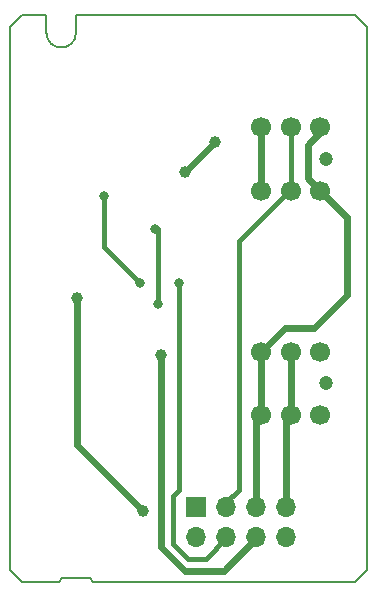
<source format=gbr>
%TF.GenerationSoftware,KiCad,Pcbnew,4.0.7*%
%TF.CreationDate,2018-07-11T12:57:16+02:00*%
%TF.ProjectId,Parkbrake_switch,5061726B6272616B655F737769746368,rev?*%
%TF.FileFunction,Copper,L2,Bot,Signal*%
%FSLAX46Y46*%
G04 Gerber Fmt 4.6, Leading zero omitted, Abs format (unit mm)*
G04 Created by KiCad (PCBNEW 4.0.7) date Wednesday 11 July 2018 12:57:16*
%MOMM*%
%LPD*%
G01*
G04 APERTURE LIST*
%ADD10C,0.100000*%
%ADD11C,0.150000*%
%ADD12R,1.700000X1.700000*%
%ADD13O,1.700000X1.700000*%
%ADD14C,1.700000*%
%ADD15C,1.200000*%
%ADD16C,0.800000*%
%ADD17C,1.000000*%
%ADD18C,0.400000*%
%ADD19C,0.600000*%
G04 APERTURE END LIST*
D10*
D11*
X107000000Y-148000000D02*
X129200000Y-148000000D01*
X106800000Y-147700000D02*
X107000000Y-148000000D01*
X104400000Y-147700000D02*
X106800000Y-147700000D01*
X104200000Y-148000000D02*
X104400000Y-147700000D01*
X101000000Y-148000000D02*
X104200000Y-148000000D01*
X100000000Y-147000000D02*
X100000000Y-101000000D01*
X101000000Y-148000000D02*
X100000000Y-147000000D01*
X130200000Y-147000000D02*
X129200000Y-148000000D01*
X130200000Y-101000000D02*
X130200000Y-147000000D01*
X129200000Y-100000000D02*
X130200000Y-101000000D01*
X105600000Y-100000000D02*
X129200000Y-100000000D01*
X105600000Y-101500000D02*
X105600000Y-100000000D01*
X101000000Y-100000000D02*
X100000000Y-101000000D01*
X103100000Y-101500000D02*
G75*
G03X105600000Y-101500000I1250000J0D01*
G01*
X103100000Y-100000000D02*
X103100000Y-101500000D01*
X101000000Y-100000000D02*
X103100000Y-100000000D01*
D12*
X115800000Y-141700000D03*
D13*
X115800000Y-144240000D03*
X118340000Y-141700000D03*
X118340000Y-144240000D03*
X120880000Y-141700000D03*
X120880000Y-144240000D03*
X123420000Y-141700000D03*
X123420000Y-144240000D03*
D14*
X121300000Y-109500000D03*
X123800000Y-109500000D03*
X126300000Y-109500000D03*
X121300000Y-114900000D03*
X123800000Y-114900000D03*
X126300000Y-114900000D03*
D15*
X126800000Y-112200000D03*
D14*
X121300000Y-128500000D03*
X123800000Y-128500000D03*
X126300000Y-128500000D03*
X121300000Y-133900000D03*
X123800000Y-133900000D03*
X126300000Y-133900000D03*
D15*
X126800000Y-131200000D03*
D16*
X107950000Y-115316000D03*
X110998000Y-122682000D03*
X114300000Y-122682000D03*
D17*
X105664000Y-123952000D03*
X111252000Y-141986000D03*
D16*
X112268000Y-118110000D03*
X112522000Y-124460000D03*
D17*
X117348000Y-110744000D03*
X114808000Y-113284000D03*
X112776000Y-128778000D03*
D18*
X107950000Y-119634000D02*
X107950000Y-115316000D01*
X110998000Y-122682000D02*
X107950000Y-119634000D01*
D19*
X123420000Y-141700000D02*
X123420000Y-134280000D01*
X123420000Y-134280000D02*
X123800000Y-133900000D01*
X123800000Y-133900000D02*
X123800000Y-128500000D01*
D18*
X118340000Y-144240000D02*
X118340000Y-144296000D01*
X118340000Y-144296000D02*
X116586000Y-146050000D01*
X116586000Y-146050000D02*
X115062000Y-146050000D01*
X115062000Y-146050000D02*
X113792000Y-144780000D01*
X113792000Y-144780000D02*
X113792000Y-140716000D01*
X113792000Y-140716000D02*
X114300000Y-140208000D01*
X114300000Y-140208000D02*
X114300000Y-122682000D01*
D19*
X105664000Y-136398000D02*
X105664000Y-123952000D01*
X111252000Y-141986000D02*
X105664000Y-136398000D01*
D18*
X112522000Y-118110000D02*
X112268000Y-118110000D01*
X112522000Y-124460000D02*
X112522000Y-118110000D01*
D19*
X121300000Y-114900000D02*
X121300000Y-109500000D01*
D18*
X118340000Y-141700000D02*
X118340000Y-141248000D01*
X118340000Y-141248000D02*
X119380000Y-140208000D01*
X119380000Y-140208000D02*
X119380000Y-119126000D01*
X119380000Y-119126000D02*
X123606000Y-114900000D01*
X123606000Y-114900000D02*
X123800000Y-114900000D01*
X123800000Y-109500000D02*
X123800000Y-114900000D01*
D19*
X126300000Y-114900000D02*
X126300000Y-114870000D01*
X126300000Y-114870000D02*
X125222000Y-113792000D01*
X126300000Y-109920000D02*
X125222000Y-110998000D01*
X125222000Y-113792000D02*
X125222000Y-110998000D01*
X126300000Y-114900000D02*
X128524000Y-117124000D01*
X123308000Y-126492000D02*
X121300000Y-128500000D01*
X125730000Y-126492000D02*
X123308000Y-126492000D01*
X128524000Y-123698000D02*
X125730000Y-126492000D01*
X128524000Y-117124000D02*
X128524000Y-123698000D01*
X114808000Y-113284000D02*
X117348000Y-110744000D01*
X120880000Y-141700000D02*
X120880000Y-134320000D01*
X120880000Y-134320000D02*
X121300000Y-133900000D01*
X121300000Y-133900000D02*
X121300000Y-128500000D01*
X112776000Y-145034000D02*
X112776000Y-128778000D01*
X114808000Y-147066000D02*
X112776000Y-145034000D01*
X118110000Y-147066000D02*
X114808000Y-147066000D01*
X120880000Y-144296000D02*
X118110000Y-147066000D01*
X120880000Y-144240000D02*
X120880000Y-144296000D01*
M02*

</source>
